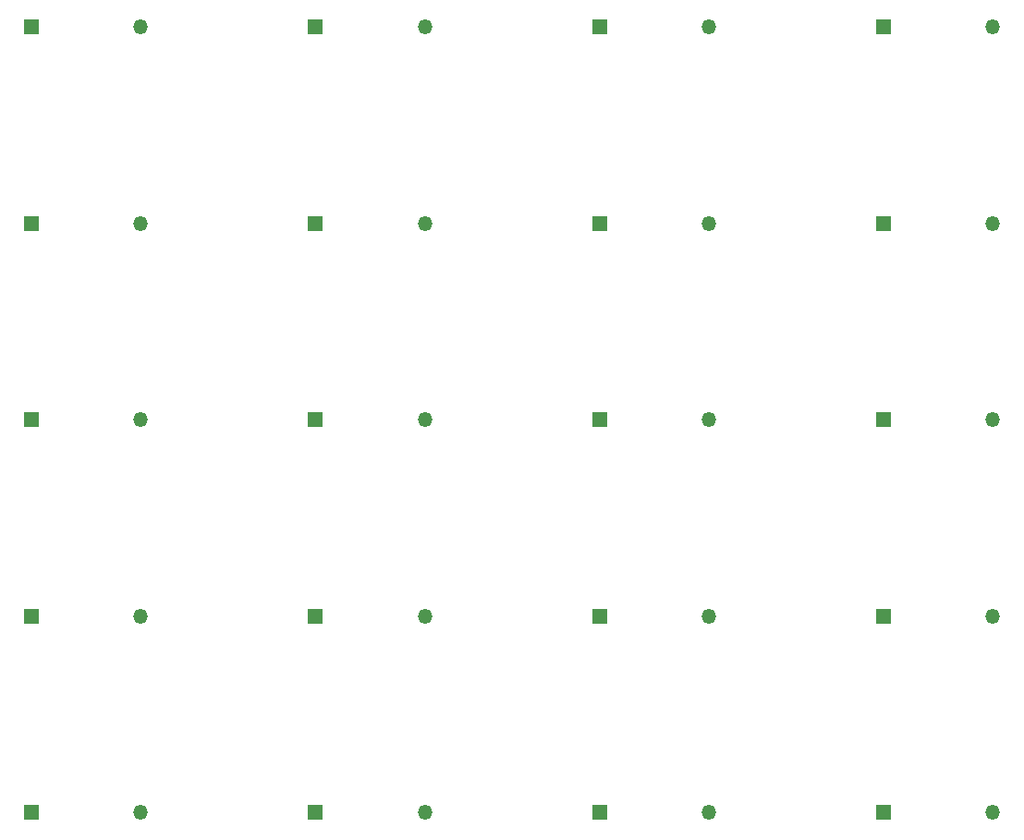
<source format=gbp>
G04 #@! TF.GenerationSoftware,KiCad,Pcbnew,(5.1.7)-1*
G04 #@! TF.CreationDate,2021-12-09T14:19:56+08:00*
G04 #@! TF.ProjectId,haptic-cloth-panelized,68617074-6963-42d6-936c-6f74682d7061,rev?*
G04 #@! TF.SameCoordinates,Original*
G04 #@! TF.FileFunction,Paste,Bot*
G04 #@! TF.FilePolarity,Positive*
%FSLAX46Y46*%
G04 Gerber Fmt 4.6, Leading zero omitted, Abs format (unit mm)*
G04 Created by KiCad (PCBNEW (5.1.7)-1) date 2021-12-09 14:19:56*
%MOMM*%
%LPD*%
G01*
G04 APERTURE LIST*
%ADD10R,1.350000X1.350000*%
%ADD11O,1.350000X1.350000*%
G04 APERTURE END LIST*
D10*
X134983528Y-130000037D03*
D11*
X144983528Y-130000037D03*
D10*
X108983519Y-130000037D03*
D11*
X118983519Y-130000037D03*
D10*
X82983510Y-130000037D03*
D11*
X92983510Y-130000037D03*
D10*
X56983501Y-130000037D03*
D11*
X66983501Y-130000037D03*
D10*
X134983528Y-112000028D03*
D11*
X144983528Y-112000028D03*
D10*
X108983519Y-112000028D03*
D11*
X118983519Y-112000028D03*
D10*
X82983510Y-112000028D03*
D11*
X92983510Y-112000028D03*
D10*
X56983501Y-112000028D03*
D11*
X66983501Y-112000028D03*
D10*
X134983528Y-94000019D03*
D11*
X144983528Y-94000019D03*
D10*
X108983519Y-94000019D03*
D11*
X118983519Y-94000019D03*
D10*
X82983510Y-94000019D03*
D11*
X92983510Y-94000019D03*
D10*
X56983501Y-94000019D03*
D11*
X66983501Y-94000019D03*
D10*
X134983528Y-76000010D03*
D11*
X144983528Y-76000010D03*
D10*
X108983519Y-76000010D03*
D11*
X118983519Y-76000010D03*
D10*
X82983510Y-76000010D03*
D11*
X92983510Y-76000010D03*
D10*
X56983501Y-76000010D03*
D11*
X66983501Y-76000010D03*
D10*
X134983528Y-58000001D03*
D11*
X144983528Y-58000001D03*
D10*
X108983519Y-58000001D03*
D11*
X118983519Y-58000001D03*
D10*
X82983510Y-58000001D03*
D11*
X92983510Y-58000001D03*
D10*
X56983501Y-58000001D03*
D11*
X66983501Y-58000001D03*
M02*

</source>
